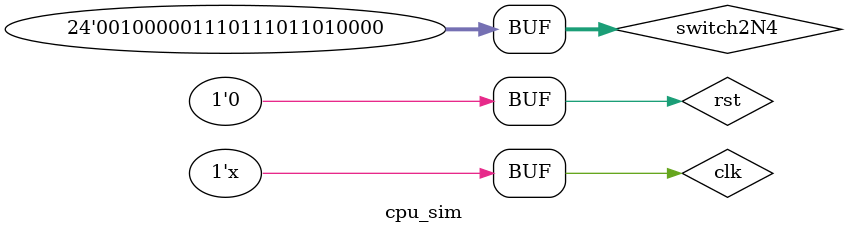
<source format=sv>
`timescale 1ns / 1ps

module cpu_sim();
reg clk = 0;
reg rst = 1;
reg  [23:0] switch2N4 = 8'b10101010;
wire [23:0]led2N4;

cpu test(
.clk(clk),
.rst(rst),
.switch2N4(switch2N4),
.led2N4(led2N4)
);
initial begin
#7000
rst = 0;
switch2N4 = 24'b00100000_1110_1110_1101_0000;

end
always #10 clk = ~clk;
endmodule
</source>
